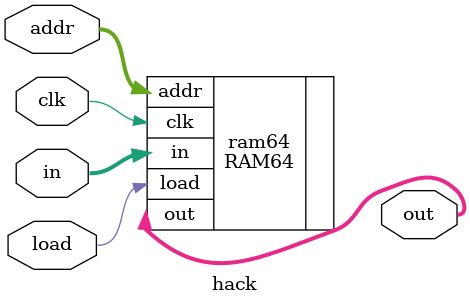
<source format=v>
`include "registers_and_rams/RAM64.v"

module hack(
	input [15:0] in,
   input [8:0] addr,
   input load, clk,
   output [15:0] out
);
RAM64 ram64 (.in(in), .addr(addr), .load(load), .clk(clk), .out(out));
	
endmodule
</source>
